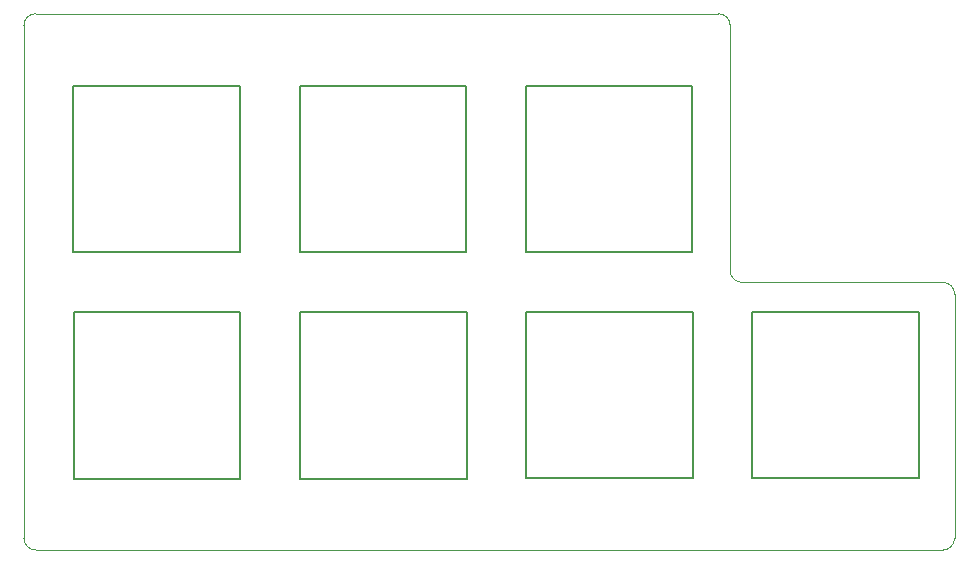
<source format=gbr>
G04 #@! TF.GenerationSoftware,KiCad,Pcbnew,8.0.6*
G04 #@! TF.CreationDate,2025-01-19T15:27:01+09:00*
G04 #@! TF.ProjectId,original_keyboard_top,6f726967-696e-4616-9c5f-6b6579626f61,rev?*
G04 #@! TF.SameCoordinates,Original*
G04 #@! TF.FileFunction,Profile,NP*
%FSLAX46Y46*%
G04 Gerber Fmt 4.6, Leading zero omitted, Abs format (unit mm)*
G04 Created by KiCad (PCBNEW 8.0.6) date 2025-01-19 15:27:01*
%MOMM*%
%LPD*%
G01*
G04 APERTURE LIST*
G04 #@! TA.AperFunction,Profile*
%ADD10C,0.100000*%
G04 #@! TD*
G04 #@! TA.AperFunction,Profile*
%ADD11C,0.150000*%
G04 #@! TD*
G04 APERTURE END LIST*
D10*
X51200001Y-105410000D02*
G75*
G02*
X50200000Y-104410000I-1J1000000D01*
G01*
X109000000Y-60000000D02*
G75*
G02*
X110000000Y-61000000I0J-1000000D01*
G01*
X127999999Y-82750000D02*
G75*
G02*
X129000000Y-83750000I1J-1000000D01*
G01*
X127999999Y-82750000D02*
X111000000Y-82750000D01*
X50200001Y-104410000D02*
X50200001Y-61000001D01*
X51200001Y-60000001D02*
X109000000Y-60000000D01*
X128000000Y-105410001D02*
X51200001Y-105410000D01*
X111000000Y-82750000D02*
G75*
G02*
X110000000Y-81750000I0J1000000D01*
G01*
X129000000Y-104410001D02*
G75*
G02*
X128000000Y-105410000I-1000000J1D01*
G01*
X128999999Y-83750000D02*
X129000000Y-104410001D01*
X50200001Y-61000001D02*
G75*
G02*
X51200001Y-60000001I999999J1D01*
G01*
X110000000Y-61000000D02*
X110000000Y-81750000D01*
D11*
X73563000Y-80202000D02*
X73563000Y-66102000D01*
X87663000Y-80202000D02*
X73563000Y-80202000D01*
X87663000Y-66102000D02*
X87663000Y-80202000D01*
X73563000Y-66102000D02*
X87663000Y-66102000D01*
X111869000Y-99338200D02*
X111869000Y-85238200D01*
X125969000Y-99338200D02*
X111869000Y-99338200D01*
X125969000Y-85238200D02*
X125969000Y-99338200D01*
X111869000Y-85238200D02*
X125969000Y-85238200D01*
X54405000Y-99379000D02*
X54405000Y-85279000D01*
X68505000Y-99379000D02*
X54405000Y-99379000D01*
X68505000Y-85279000D02*
X68505000Y-99379000D01*
X54405000Y-85279000D02*
X68505000Y-85279000D01*
X73595000Y-99379000D02*
X73595000Y-85279000D01*
X87695000Y-99379000D02*
X73595000Y-99379000D01*
X87695000Y-85279000D02*
X87695000Y-99379000D01*
X73595000Y-85279000D02*
X87695000Y-85279000D01*
X54374000Y-80211000D02*
X54374000Y-66111000D01*
X68474000Y-80211000D02*
X54374000Y-80211000D01*
X68474000Y-66111000D02*
X68474000Y-80211000D01*
X54374000Y-66111000D02*
X68474000Y-66111000D01*
X92684000Y-80211000D02*
X92684000Y-66111000D01*
X106784000Y-80211000D02*
X92684000Y-80211000D01*
X106784000Y-66111000D02*
X106784000Y-80211000D01*
X92684000Y-66111000D02*
X106784000Y-66111000D01*
X92725000Y-99341000D02*
X92725000Y-85241000D01*
X106825000Y-99341000D02*
X92725000Y-99341000D01*
X106825000Y-85241000D02*
X106825000Y-99341000D01*
X92725000Y-85241000D02*
X106825000Y-85241000D01*
M02*

</source>
